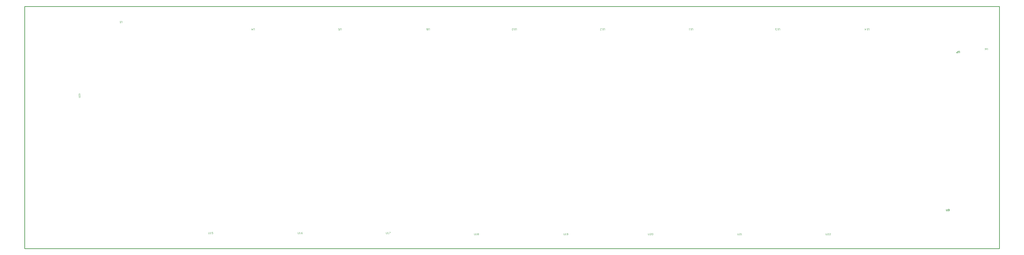
<source format=gbr>
G04*
G04 #@! TF.GenerationSoftware,Altium Limited,Altium Designer,24.1.2 (44)*
G04*
G04 Layer_Color=16711935*
%FSLAX25Y25*%
%MOIN*%
G70*
G04*
G04 #@! TF.SameCoordinates,29FF4F4E-3C6D-470F-9DA1-2895E510F6E9*
G04*
G04*
G04 #@! TF.FilePolarity,Positive*
G04*
G01*
G75*
%ADD12C,0.00394*%
%ADD14C,0.00787*%
%ADD15C,0.01000*%
D12*
X919898Y567335D02*
X921866D01*
X922260Y567728D01*
Y568515D01*
X921866Y568909D01*
X919898D01*
X922260Y571270D02*
Y569696D01*
X920685Y571270D01*
X920292D01*
X919898Y570877D01*
Y570090D01*
X920292Y569696D01*
Y572057D02*
X919898Y572451D01*
Y573238D01*
X920292Y573632D01*
X920685D01*
X921079Y573238D01*
Y572845D01*
Y573238D01*
X921473Y573632D01*
X921866D01*
X922260Y573238D01*
Y572451D01*
X921866Y572057D01*
X2153949Y342503D02*
Y340043D01*
X2154441Y339551D01*
X2155425D01*
X2155917Y340043D01*
Y342503D01*
X2158868Y339551D02*
X2156901D01*
X2158868Y341519D01*
Y342011D01*
X2158377Y342503D01*
X2157393D01*
X2156901Y342011D01*
X2161820Y339551D02*
X2159852D01*
X2161820Y341519D01*
Y342011D01*
X2161328Y342503D01*
X2160344D01*
X2159852Y342011D01*
X2421740Y646217D02*
Y648677D01*
X2421248Y649169D01*
X2420264D01*
X2419772Y648677D01*
Y646217D01*
X2416821D02*
X2417804Y646709D01*
X2418788Y647693D01*
Y648677D01*
X2418296Y649169D01*
X2417312D01*
X2416821Y648677D01*
Y648185D01*
X2417312Y647693D01*
X2418788D01*
X991720Y690962D02*
Y693421D01*
X991228Y693913D01*
X990245D01*
X989753Y693421D01*
Y690962D01*
X988769Y693913D02*
X987785D01*
X988277D01*
Y690962D01*
X988769Y691454D01*
X1210224Y679151D02*
Y681610D01*
X1209732Y682102D01*
X1208749D01*
X1208257Y681610D01*
Y679151D01*
X1205797Y682102D02*
Y679151D01*
X1207273Y680626D01*
X1205305D01*
X1353925Y679151D02*
Y681610D01*
X1353433Y682102D01*
X1352449D01*
X1351957Y681610D01*
Y679151D01*
X1349006D02*
X1350973D01*
Y680626D01*
X1349990Y680134D01*
X1349498D01*
X1349006Y680626D01*
Y681610D01*
X1349498Y682102D01*
X1350481D01*
X1350973Y681610D01*
X1499594Y679151D02*
Y681610D01*
X1499102Y682102D01*
X1498119D01*
X1497627Y681610D01*
Y679151D01*
X1496643Y679642D02*
X1496151Y679151D01*
X1495167D01*
X1494675Y679642D01*
Y680134D01*
X1495167Y680626D01*
X1494675Y681118D01*
Y681610D01*
X1495167Y682102D01*
X1496151D01*
X1496643Y681610D01*
Y681118D01*
X1496151Y680626D01*
X1496643Y680134D01*
Y679642D01*
X1496151Y680626D02*
X1495167D01*
X1643295Y679151D02*
Y681610D01*
X1642803Y682102D01*
X1641819D01*
X1641327Y681610D01*
Y679151D01*
X1640343Y682102D02*
X1639359D01*
X1639852D01*
Y679151D01*
X1640343Y679642D01*
X1637884D02*
X1637392Y679151D01*
X1636408D01*
X1635916Y679642D01*
Y681610D01*
X1636408Y682102D01*
X1637392D01*
X1637884Y681610D01*
Y679642D01*
X1934634Y679151D02*
Y681610D01*
X1934142Y682102D01*
X1933158D01*
X1932666Y681610D01*
Y679151D01*
X1931682Y682102D02*
X1930698D01*
X1931190D01*
Y679151D01*
X1931682Y679642D01*
X1929222Y682102D02*
X1928238D01*
X1928730D01*
Y679151D01*
X1929222Y679642D01*
X1788965Y679151D02*
Y681610D01*
X1788473Y682102D01*
X1787489D01*
X1786997Y681610D01*
Y679151D01*
X1786013Y682102D02*
X1785029D01*
X1785521D01*
Y679151D01*
X1786013Y679642D01*
X1781585Y682102D02*
X1783553D01*
X1781585Y680134D01*
Y679642D01*
X1782077Y679151D01*
X1783061D01*
X1783553Y679642D01*
X2078335Y679151D02*
Y681610D01*
X2077843Y682102D01*
X2076859D01*
X2076367Y681610D01*
Y679151D01*
X2075383Y682102D02*
X2074399D01*
X2074891D01*
Y679151D01*
X2075383Y679642D01*
X2072923D02*
X2072431Y679151D01*
X2071447D01*
X2070955Y679642D01*
Y680134D01*
X2071447Y680626D01*
X2071939D01*
X2071447D01*
X2070955Y681118D01*
Y681610D01*
X2071447Y682102D01*
X2072431D01*
X2072923Y681610D01*
X2225972Y679151D02*
Y681610D01*
X2225480Y682102D01*
X2224496D01*
X2224005Y681610D01*
Y679151D01*
X2223021Y682102D02*
X2222037D01*
X2222529D01*
Y679151D01*
X2223021Y679642D01*
X2219085Y682102D02*
Y679151D01*
X2220561Y680626D01*
X2218593D01*
X1134264Y344472D02*
Y342012D01*
X1134756Y341520D01*
X1135740D01*
X1136232Y342012D01*
Y344472D01*
X1137216Y341520D02*
X1138200D01*
X1137708D01*
Y344472D01*
X1137216Y343980D01*
X1141643Y344472D02*
X1139675D01*
Y342996D01*
X1140659Y343488D01*
X1141151D01*
X1141643Y342996D01*
Y342012D01*
X1141151Y341520D01*
X1140167D01*
X1139675Y342012D01*
X1281902Y344472D02*
Y342012D01*
X1282393Y341520D01*
X1283377D01*
X1283869Y342012D01*
Y344472D01*
X1284853Y341520D02*
X1285837D01*
X1285345D01*
Y344472D01*
X1284853Y343980D01*
X1289281Y344472D02*
X1288297Y343980D01*
X1287313Y342996D01*
Y342012D01*
X1287805Y341520D01*
X1288789D01*
X1289281Y342012D01*
Y342504D01*
X1288789Y342996D01*
X1287313D01*
X1427571Y344472D02*
Y342012D01*
X1428063Y341520D01*
X1429047D01*
X1429539Y342012D01*
Y344472D01*
X1430523Y341520D02*
X1431507D01*
X1431015D01*
Y344472D01*
X1430523Y343980D01*
X1432983Y344472D02*
X1434950D01*
Y343980D01*
X1432983Y342012D01*
Y341520D01*
X1573240Y342503D02*
Y340043D01*
X1573732Y339551D01*
X1574716D01*
X1575208Y340043D01*
Y342503D01*
X1576192Y339551D02*
X1577176D01*
X1576684D01*
Y342503D01*
X1576192Y342011D01*
X1578652D02*
X1579144Y342503D01*
X1580128D01*
X1580620Y342011D01*
Y341519D01*
X1580128Y341027D01*
X1580620Y340535D01*
Y340043D01*
X1580128Y339551D01*
X1579144D01*
X1578652Y340043D01*
Y340535D01*
X1579144Y341027D01*
X1578652Y341519D01*
Y342011D01*
X1579144Y341027D02*
X1580128D01*
X1720878Y342503D02*
Y340043D01*
X1721370Y339551D01*
X1722354D01*
X1722846Y340043D01*
Y342503D01*
X1723830Y339551D02*
X1724814D01*
X1724322D01*
Y342503D01*
X1723830Y342011D01*
X1726290Y340043D02*
X1726782Y339551D01*
X1727765D01*
X1728258Y340043D01*
Y342011D01*
X1727765Y342503D01*
X1726782D01*
X1726290Y342011D01*
Y341519D01*
X1726782Y341027D01*
X1728258D01*
X1860642Y342503D02*
Y340043D01*
X1861134Y339551D01*
X1862118D01*
X1862610Y340043D01*
Y342503D01*
X1865561Y339551D02*
X1863593D01*
X1865561Y341519D01*
Y342011D01*
X1865069Y342503D01*
X1864086D01*
X1863593Y342011D01*
X1866545D02*
X1867037Y342503D01*
X1868021D01*
X1868513Y342011D01*
Y340043D01*
X1868021Y339551D01*
X1867037D01*
X1866545Y340043D01*
Y342011D01*
X2008279Y342503D02*
Y340043D01*
X2008772Y339551D01*
X2009755D01*
X2010247Y340043D01*
Y342503D01*
X2013199Y339551D02*
X2011231D01*
X2013199Y341519D01*
Y342011D01*
X2012707Y342503D01*
X2011723D01*
X2011231Y342011D01*
X2014183Y339551D02*
X2015167D01*
X2014675D01*
Y342503D01*
X2014183Y342011D01*
D14*
X2353331Y382342D02*
Y379882D01*
X2353823Y379390D01*
X2354807D01*
X2355299Y379882D01*
Y382342D01*
X2356282Y381850D02*
X2356775Y382342D01*
X2357758D01*
X2358250Y381850D01*
Y381358D01*
X2357758Y380866D01*
X2357266D01*
X2357758D01*
X2358250Y380374D01*
Y379882D01*
X2357758Y379390D01*
X2356775D01*
X2356282Y379882D01*
X2375331Y641281D02*
Y643740D01*
X2374839Y644232D01*
X2373855D01*
X2373363Y643740D01*
Y641281D01*
X2372379D02*
X2370411D01*
Y641772D01*
X2372379Y643740D01*
Y644232D01*
D15*
X830709Y316929D02*
X2440945D01*
X830709Y718504D02*
X2440945D01*
Y316929D02*
Y718504D01*
X830709Y316929D02*
Y718504D01*
M02*

</source>
